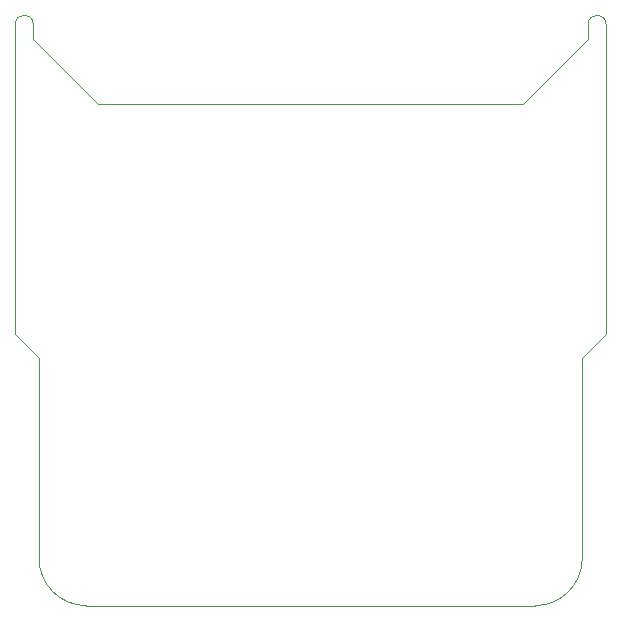
<source format=gbr>
G04 (created by PCBNEW (2013-mar-13)-testing) date Wed 10 Jun 2015 12:09:16 AM EDT*
%MOIN*%
G04 Gerber Fmt 3.4, Leading zero omitted, Abs format*
%FSLAX34Y34*%
G01*
G70*
G90*
G04 APERTURE LIST*
%ADD10C,0.005906*%
%ADD11C,0.003937*%
G04 APERTURE END LIST*
G54D10*
G54D11*
X78740Y-72047D02*
X78740Y-61712D01*
X77952Y-79527D02*
X77952Y-72834D01*
X59842Y-72834D02*
X59842Y-79527D01*
X59055Y-61712D02*
X59055Y-72047D01*
X61417Y-81102D02*
X76377Y-81102D01*
X59842Y-79527D02*
G75*
G03X61417Y-81102I1574J0D01*
G74*
G01*
X76377Y-81102D02*
G75*
G03X77952Y-79527I0J1574D01*
G74*
G01*
X78149Y-61712D02*
X78149Y-62204D01*
X78740Y-61712D02*
G75*
G03X78149Y-61712I-295J0D01*
G74*
G01*
X59645Y-61712D02*
X59645Y-62204D01*
X59645Y-61712D02*
G75*
G03X59055Y-61712I-295J0D01*
G74*
G01*
X77952Y-72834D02*
X78740Y-72047D01*
X59842Y-72834D02*
X59055Y-72047D01*
X75984Y-64370D02*
X78149Y-62204D01*
X61811Y-64370D02*
X75984Y-64370D01*
X59645Y-62204D02*
X61811Y-64370D01*
M02*

</source>
